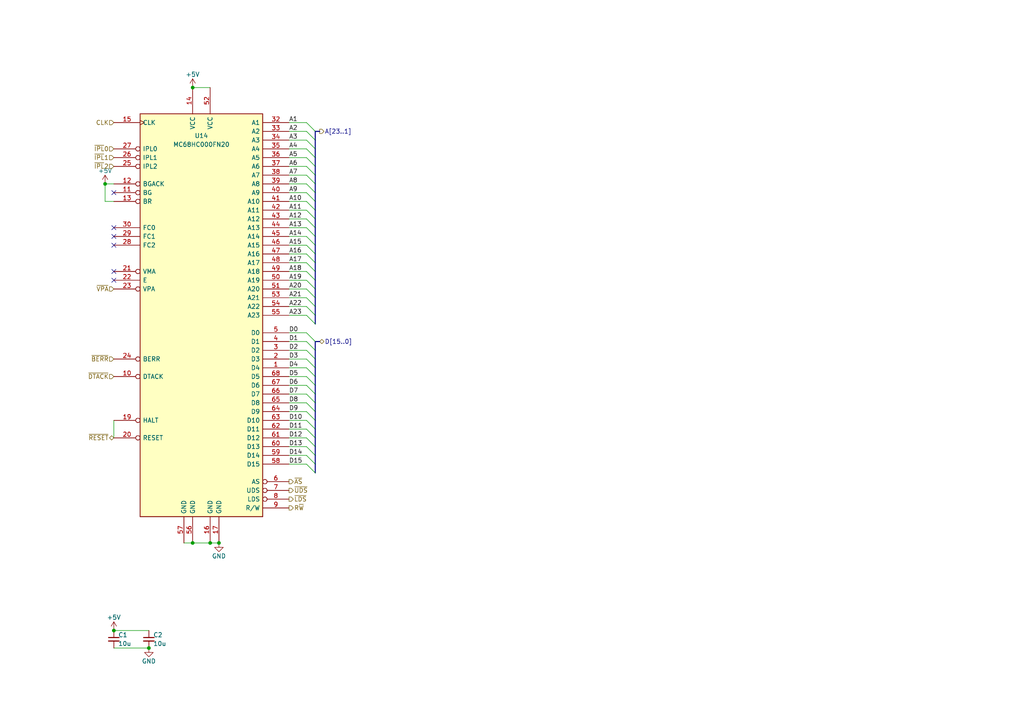
<source format=kicad_sch>
(kicad_sch (version 20211123) (generator eeschema)
  (paper "A4")
  (lib_symbols
    (symbol "CPU_NXP_68000:MC68000FN" (pin_names (offset 0.762))
      (property "Reference" "U" (at -16.51 59.69 0))
      (property "Value" "MC68000FN" (at 12.7 -59.69 0))
      (symbol "MC68000FN_0_1"
        (rectangle (start -17.78 58.42) (end 17.78 -58.42) (stroke (width 0.254)) (fill (type background)))
      )
      (symbol "MC68000FN_1_1"
        (pin bidirectional line (at 25.4 -15.24 180) (length 7.62) (name "D4") (number "1"))
        (pin input inverted (at -25.4 -17.78 0) (length 7.62) (name "DTACK") (number "10"))
        (pin output inverted (at -25.4 35.56 0) (length 7.62) (name "BG") (number "11"))
        (pin input inverted (at -25.4 38.1 0) (length 7.62) (name "BGACK") (number "12"))
        (pin input inverted (at -25.4 33.02 0) (length 7.62) (name "BR") (number "13"))
        (pin power_in line (at -2.54 66.04 270) (length 7.62) (name "VCC") (number "14"))
        (pin input clock (at -25.4 55.88 0) (length 7.62) (name "CLK") (number "15"))
        (pin power_in line (at 2.54 -66.04 90) (length 7.62) (name "GND") (number "16"))
        (pin power_in line (at 5.08 -66.04 90) (length 7.62) (name "GND") (number "17"))
        (pin no_connect line (at -17.78 -45.72 0) (length 0) hide (name "NC") (number "18"))
        (pin bidirectional inverted (at -25.4 -30.48 0) (length 7.62) (name "HALT") (number "19"))
        (pin bidirectional line (at 25.4 -12.7 180) (length 7.62) (name "D3") (number "2"))
        (pin input inverted (at -25.4 -35.56 0) (length 7.62) (name "RESET") (number "20"))
        (pin output inverted (at -25.4 12.7 0) (length 7.62) (name "VMA") (number "21"))
        (pin output line (at -25.4 10.16 0) (length 7.62) (name "E") (number "22"))
        (pin input inverted (at -25.4 7.62 0) (length 7.62) (name "VPA") (number "23"))
        (pin input inverted (at -25.4 -12.7 0) (length 7.62) (name "BERR") (number "24"))
        (pin input inverted (at -25.4 43.18 0) (length 7.62) (name "IPL2") (number "25"))
        (pin input inverted (at -25.4 45.72 0) (length 7.62) (name "IPL1") (number "26"))
        (pin input inverted (at -25.4 48.26 0) (length 7.62) (name "IPL0") (number "27"))
        (pin output line (at -25.4 20.32 0) (length 7.62) (name "FC2") (number "28"))
        (pin output line (at -25.4 22.86 0) (length 7.62) (name "FC1") (number "29"))
        (pin bidirectional line (at 25.4 -10.16 180) (length 7.62) (name "D2") (number "3"))
        (pin output line (at -25.4 25.4 0) (length 7.62) (name "FC0") (number "30"))
        (pin no_connect line (at -17.78 -48.26 0) (length 0) hide (name "NC") (number "31"))
        (pin output line (at 25.4 55.88 180) (length 7.62) (name "A1") (number "32"))
        (pin output line (at 25.4 53.34 180) (length 7.62) (name "A2") (number "33"))
        (pin output line (at 25.4 50.8 180) (length 7.62) (name "A3") (number "34"))
        (pin output line (at 25.4 48.26 180) (length 7.62) (name "A4") (number "35"))
        (pin output line (at 25.4 45.72 180) (length 7.62) (name "A5") (number "36"))
        (pin output line (at 25.4 43.18 180) (length 7.62) (name "A6") (number "37"))
        (pin output line (at 25.4 40.64 180) (length 7.62) (name "A7") (number "38"))
        (pin output line (at 25.4 38.1 180) (length 7.62) (name "A8") (number "39"))
        (pin bidirectional line (at 25.4 -7.62 180) (length 7.62) (name "D1") (number "4"))
        (pin output line (at 25.4 35.56 180) (length 7.62) (name "A9") (number "40"))
        (pin output line (at 25.4 33.02 180) (length 7.62) (name "A10") (number "41"))
        (pin output line (at 25.4 30.48 180) (length 7.62) (name "A11") (number "42"))
        (pin output line (at 25.4 27.94 180) (length 7.62) (name "A12") (number "43"))
        (pin output line (at 25.4 25.4 180) (length 7.62) (name "A13") (number "44"))
        (pin output line (at 25.4 22.86 180) (length 7.62) (name "A14") (number "45"))
        (pin output line (at 25.4 20.32 180) (length 7.62) (name "A15") (number "46"))
        (pin output line (at 25.4 17.78 180) (length 7.62) (name "A16") (number "47"))
        (pin output line (at 25.4 15.24 180) (length 7.62) (name "A17") (number "48"))
        (pin output line (at 25.4 12.7 180) (length 7.62) (name "A18") (number "49"))
        (pin bidirectional line (at 25.4 -5.08 180) (length 7.62) (name "D0") (number "5"))
        (pin output line (at 25.4 10.16 180) (length 7.62) (name "A19") (number "50"))
        (pin output line (at 25.4 7.62 180) (length 7.62) (name "A20") (number "51"))
        (pin power_in line (at 2.54 66.04 270) (length 7.62) (name "VCC") (number "52"))
        (pin output line (at 25.4 5.08 180) (length 7.62) (name "A21") (number "53"))
        (pin output line (at 25.4 2.54 180) (length 7.62) (name "A22") (number "54"))
        (pin output line (at 25.4 0 180) (length 7.62) (name "A23") (number "55"))
        (pin power_in line (at -2.54 -66.04 90) (length 7.62) (name "GND") (number "56"))
        (pin power_in line (at -5.08 -66.04 90) (length 7.62) (name "GND") (number "57"))
        (pin bidirectional line (at 25.4 -43.18 180) (length 7.62) (name "D15") (number "58"))
        (pin bidirectional line (at 25.4 -40.64 180) (length 7.62) (name "D14") (number "59"))
        (pin output inverted (at 25.4 -48.26 180) (length 7.62) (name "AS") (number "6"))
        (pin bidirectional line (at 25.4 -38.1 180) (length 7.62) (name "D13") (number "60"))
        (pin bidirectional line (at 25.4 -35.56 180) (length 7.62) (name "D12") (number "61"))
        (pin bidirectional line (at 25.4 -33.02 180) (length 7.62) (name "D11") (number "62"))
        (pin bidirectional line (at 25.4 -30.48 180) (length 7.62) (name "D10") (number "63"))
        (pin bidirectional line (at 25.4 -27.94 180) (length 7.62) (name "D9") (number "64"))
        (pin bidirectional line (at 25.4 -25.4 180) (length 7.62) (name "D8") (number "65"))
        (pin bidirectional line (at 25.4 -22.86 180) (length 7.62) (name "D7") (number "66"))
        (pin bidirectional line (at 25.4 -20.32 180) (length 7.62) (name "D6") (number "67"))
        (pin bidirectional line (at 25.4 -17.78 180) (length 7.62) (name "D5") (number "68"))
        (pin output inverted (at 25.4 -50.8 180) (length 7.62) (name "UDS") (number "7"))
        (pin output inverted (at 25.4 -53.34 180) (length 7.62) (name "LDS") (number "8"))
        (pin output line (at 25.4 -55.88 180) (length 7.62) (name "R/W") (number "9"))
      )
    )
    (symbol "Device:C_Small" (pin_numbers hide) (pin_names (offset 0.254) hide)
      (property "Reference" "C" (at 0.254 1.778 0))
      (property "Value" "C_Small" (at 0.254 -2.032 0))
      (symbol "C_Small_0_1"
        (polyline (pts (xy -1.524 -0.508) (xy 1.524 -0.508)) (stroke (width 0.3302)))
        (polyline (pts (xy -1.524 0.508) (xy 1.524 0.508)) (stroke (width 0.3048)))
      )
      (symbol "C_Small_1_1"
        (pin passive line (at 0 2.54 270) (length 2.032) (name "~") (number "1"))
        (pin passive line (at 0 -2.54 90) (length 2.032) (name "~") (number "2"))
      )
    )
    (symbol "power:+5V" (power) (pin_names (offset 0))
      (property "Value" "+5V" (at 0 3.556 0))
      (symbol "+5V_0_1"
        (polyline (pts (xy -0.762 1.27) (xy 0 2.54)))
        (polyline (pts (xy 0 0) (xy 0 2.54)))
        (polyline (pts (xy 0 2.54) (xy 0.762 1.27)))
      )
      (symbol "+5V_1_1"
        (pin power_in line (at 0 0 90) (length 0) hide (name "+5V") (number "1"))
      )
    )
    (symbol "power:GND" (power) (pin_names (offset 0))
      (property "Value" "GND" (at 0 -3.81 0))
      (symbol "GND_0_1"
        (polyline (pts (xy 0 0) (xy 0 -1.27) (xy 1.27 -1.27) (xy 0 -2.54) (xy -1.27 -1.27) (xy 0 -1.27)))
      )
      (symbol "GND_1_1"
        (pin power_in line (at 0 0 270) (length 0) hide (name "GND") (number "1"))
      )
    )
  )
  (junction (at 43.18 187.96))
  (junction (at 30.48 53.34))
  (junction (at 60.96 157.48))
  (junction (at 33.02 182.88))
  (junction (at 55.88 25.4))
  (junction (at 55.88 157.48))
  (junction (at 63.5 157.48))
  (no_connect (at 33.02 81.28))
  (no_connect (at 33.02 71.12))
  (no_connect (at 33.02 66.04))
  (no_connect (at 33.02 78.74))
  (no_connect (at 33.02 55.88))
  (no_connect (at 33.02 68.58))
  (bus_entry (at 88.9 53.34) (size 2.54 2.54))
  (bus_entry (at 88.9 132.08) (size 2.54 2.54))
  (bus_entry (at 88.9 83.82) (size 2.54 2.54))
  (bus_entry (at 88.9 124.46) (size 2.54 2.54))
  (bus_entry (at 88.9 60.96) (size 2.54 2.54))
  (bus_entry (at 88.9 45.72) (size 2.54 2.54))
  (bus_entry (at 88.9 40.64) (size 2.54 2.54))
  (bus_entry (at 88.9 43.18) (size 2.54 2.54))
  (bus_entry (at 88.9 55.88) (size 2.54 2.54))
  (bus_entry (at 88.9 50.8) (size 2.54 2.54))
  (bus_entry (at 88.9 129.54) (size 2.54 2.54))
  (bus_entry (at 88.9 76.2) (size 2.54 2.54))
  (bus_entry (at 88.9 71.12) (size 2.54 2.54))
  (bus_entry (at 88.9 58.42) (size 2.54 2.54))
  (bus_entry (at 88.9 96.52) (size 2.54 2.54))
  (bus_entry (at 88.9 121.92) (size 2.54 2.54))
  (bus_entry (at 88.9 111.76) (size 2.54 2.54))
  (bus_entry (at 88.9 116.84) (size 2.54 2.54))
  (bus_entry (at 88.9 104.14) (size 2.54 2.54))
  (bus_entry (at 88.9 101.6) (size 2.54 2.54))
  (bus_entry (at 88.9 35.56) (size 2.54 2.54))
  (bus_entry (at 88.9 119.38) (size 2.54 2.54))
  (bus_entry (at 88.9 73.66) (size 2.54 2.54))
  (bus_entry (at 88.9 38.1) (size 2.54 2.54))
  (bus_entry (at 88.9 127) (size 2.54 2.54))
  (bus_entry (at 88.9 91.44) (size 2.54 2.54))
  (bus_entry (at 88.9 48.26) (size 2.54 2.54))
  (bus_entry (at 88.9 88.9) (size 2.54 2.54))
  (bus_entry (at 88.9 86.36) (size 2.54 2.54))
  (bus_entry (at 88.9 99.06) (size 2.54 2.54))
  (bus_entry (at 88.9 109.22) (size 2.54 2.54))
  (bus_entry (at 88.9 78.74) (size 2.54 2.54))
  (bus_entry (at 88.9 114.3) (size 2.54 2.54))
  (bus_entry (at 88.9 106.68) (size 2.54 2.54))
  (bus_entry (at 88.9 68.58) (size 2.54 2.54))
  (bus_entry (at 88.9 81.28) (size 2.54 2.54))
  (bus_entry (at 88.9 134.62) (size 2.54 2.54))
  (bus_entry (at 88.9 63.5) (size 2.54 2.54))
  (bus_entry (at 88.9 66.04) (size 2.54 2.54))
  (bus (pts (xy 91.44 127) (xy 91.44 129.54)))
  (wire (pts (xy 83.82 58.42) (xy 88.9 58.42)))
  (wire (pts (xy 83.82 101.6) (xy 88.9 101.6)))
  (bus (pts (xy 91.44 45.72) (xy 91.44 48.26)))
  (bus (pts (xy 91.44 58.42) (xy 91.44 60.96)))
  (wire (pts (xy 83.82 119.38) (xy 88.9 119.38)))
  (wire (pts (xy 83.82 116.84) (xy 88.9 116.84)))
  (bus (pts (xy 92.71 99.06) (xy 91.44 99.06)))
  (bus (pts (xy 91.44 38.1) (xy 91.44 40.64)))
  (wire (pts (xy 83.82 48.26) (xy 88.9 48.26)))
  (bus (pts (xy 91.44 86.36) (xy 91.44 88.9)))
  (bus (pts (xy 91.44 78.74) (xy 91.44 81.28)))
  (bus (pts (xy 91.44 121.92) (xy 91.44 124.46)))
  (wire (pts (xy 83.82 81.28) (xy 88.9 81.28)))
  (wire (pts (xy 83.82 73.66) (xy 88.9 73.66)))
  (bus (pts (xy 91.44 88.9) (xy 91.44 91.44)))
  (bus (pts (xy 92.71 38.1) (xy 91.44 38.1)))
  (wire (pts (xy 83.82 106.68) (xy 88.9 106.68)))
  (bus (pts (xy 91.44 53.34) (xy 91.44 55.88)))
  (wire (pts (xy 83.82 129.54) (xy 88.9 129.54)))
  (wire (pts (xy 63.5 157.48) (xy 60.96 157.48)))
  (bus (pts (xy 91.44 68.58) (xy 91.44 71.12)))
  (bus (pts (xy 91.44 119.38) (xy 91.44 121.92)))
  (wire (pts (xy 33.02 58.42) (xy 30.48 58.42)))
  (bus (pts (xy 91.44 129.54) (xy 91.44 132.08)))
  (bus (pts (xy 91.44 124.46) (xy 91.44 127)))
  (bus (pts (xy 91.44 111.76) (xy 91.44 114.3)))
  (bus (pts (xy 91.44 114.3) (xy 91.44 116.84)))
  (wire (pts (xy 83.82 38.1) (xy 88.9 38.1)))
  (wire (pts (xy 83.82 88.9) (xy 88.9 88.9)))
  (wire (pts (xy 83.82 121.92) (xy 88.9 121.92)))
  (wire (pts (xy 55.88 157.48) (xy 53.34 157.48)))
  (wire (pts (xy 83.82 63.5) (xy 88.9 63.5)))
  (bus (pts (xy 91.44 43.18) (xy 91.44 45.72)))
  (bus (pts (xy 91.44 76.2) (xy 91.44 78.74)))
  (bus (pts (xy 91.44 104.14) (xy 91.44 106.68)))
  (wire (pts (xy 83.82 111.76) (xy 88.9 111.76)))
  (bus (pts (xy 91.44 50.8) (xy 91.44 53.34)))
  (bus (pts (xy 91.44 40.64) (xy 91.44 43.18)))
  (bus (pts (xy 91.44 106.68) (xy 91.44 109.22)))
  (bus (pts (xy 91.44 63.5) (xy 91.44 66.04)))
  (bus (pts (xy 91.44 55.88) (xy 91.44 58.42)))
  (wire (pts (xy 83.82 66.04) (xy 88.9 66.04)))
  (bus (pts (xy 91.44 91.44) (xy 91.44 93.98)))
  (wire (pts (xy 83.82 68.58) (xy 88.9 68.58)))
  (bus (pts (xy 91.44 83.82) (xy 91.44 86.36)))
  (wire (pts (xy 83.82 86.36) (xy 88.9 86.36)))
  (bus (pts (xy 91.44 99.06) (xy 91.44 101.6)))
  (wire (pts (xy 83.82 104.14) (xy 88.9 104.14)))
  (wire (pts (xy 83.82 76.2) (xy 88.9 76.2)))
  (wire (pts (xy 83.82 60.96) (xy 88.9 60.96)))
  (bus (pts (xy 91.44 134.62) (xy 91.44 137.16)))
  (wire (pts (xy 83.82 53.34) (xy 88.9 53.34)))
  (wire (pts (xy 83.82 127) (xy 88.9 127)))
  (bus (pts (xy 91.44 60.96) (xy 91.44 63.5)))
  (wire (pts (xy 83.82 43.18) (xy 88.9 43.18)))
  (wire (pts (xy 60.96 157.48) (xy 55.88 157.48)))
  (wire (pts (xy 83.82 134.62) (xy 88.9 134.62)))
  (wire (pts (xy 83.82 50.8) (xy 88.9 50.8)))
  (bus (pts (xy 91.44 132.08) (xy 91.44 134.62)))
  (wire (pts (xy 83.82 78.74) (xy 88.9 78.74)))
  (wire (pts (xy 83.82 83.82) (xy 88.9 83.82)))
  (bus (pts (xy 91.44 71.12) (xy 91.44 73.66)))
  (wire (pts (xy 33.02 182.88) (xy 43.18 182.88)))
  (bus (pts (xy 91.44 116.84) (xy 91.44 119.38)))
  (bus (pts (xy 91.44 109.22) (xy 91.44 111.76)))
  (bus (pts (xy 91.44 66.04) (xy 91.44 68.58)))
  (wire (pts (xy 83.82 40.64) (xy 88.9 40.64)))
  (bus (pts (xy 91.44 81.28) (xy 91.44 83.82)))
  (wire (pts (xy 30.48 58.42) (xy 30.48 53.34)))
  (wire (pts (xy 33.02 121.92) (xy 33.02 127)))
  (wire (pts (xy 83.82 132.08) (xy 88.9 132.08)))
  (bus (pts (xy 91.44 73.66) (xy 91.44 76.2)))
  (bus (pts (xy 91.44 101.6) (xy 91.44 104.14)))
  (wire (pts (xy 83.82 99.06) (xy 88.9 99.06)))
  (wire (pts (xy 55.88 25.4) (xy 60.96 25.4)))
  (wire (pts (xy 33.02 187.96) (xy 43.18 187.96)))
  (wire (pts (xy 83.82 109.22) (xy 88.9 109.22)))
  (wire (pts (xy 30.48 53.34) (xy 33.02 53.34)))
  (bus (pts (xy 91.44 48.26) (xy 91.44 50.8)))
  (wire (pts (xy 83.82 45.72) (xy 88.9 45.72)))
  (wire (pts (xy 83.82 124.46) (xy 88.9 124.46)))
  (wire (pts (xy 83.82 91.44) (xy 88.9 91.44)))
  (wire (pts (xy 83.82 35.56) (xy 88.9 35.56)))
  (wire (pts (xy 83.82 71.12) (xy 88.9 71.12)))
  (wire (pts (xy 83.82 55.88) (xy 88.9 55.88)))
  (wire (pts (xy 83.82 96.52) (xy 88.9 96.52)))
  (wire (pts (xy 83.82 114.3) (xy 88.9 114.3)))
  (label "D12" (at 83.82 127 0))
  (label "A18" (at 83.82 78.74 0))
  (label "D4" (at 83.82 106.68 0))
  (label "D14" (at 83.82 132.08 0))
  (label "A10" (at 83.82 58.42 0))
  (label "A9" (at 83.82 55.88 0))
  (label "D13" (at 83.82 129.54 0))
  (label "A2" (at 83.82 38.1 0))
  (label "D8" (at 83.82 116.84 0))
  (label "D2" (at 83.82 101.6 0))
  (label "A7" (at 83.82 50.8 0))
  (label "A1" (at 83.82 35.56 0))
  (label "D1" (at 83.82 99.06 0))
  (label "D15" (at 83.82 134.62 0))
  (label "A14" (at 83.82 68.58 0))
  (label "A23" (at 83.82 91.44 0))
  (label "A21" (at 83.82 86.36 0))
  (label "D10" (at 83.82 121.92 0))
  (label "A19" (at 83.82 81.28 0))
  (label "D9" (at 83.82 119.38 0))
  (label "A5" (at 83.82 45.72 0))
  (label "A13" (at 83.82 66.04 0))
  (label "A16" (at 83.82 73.66 0))
  (label "A15" (at 83.82 71.12 0))
  (label "A4" (at 83.82 43.18 0))
  (label "D5" (at 83.82 109.22 0))
  (label "A6" (at 83.82 48.26 0))
  (label "D6" (at 83.82 111.76 0))
  (label "D3" (at 83.82 104.14 0))
  (label "A3" (at 83.82 40.64 0))
  (label "D11" (at 83.82 124.46 0))
  (label "A22" (at 83.82 88.9 0))
  (label "A20" (at 83.82 83.82 0))
  (label "A11" (at 83.82 60.96 0))
  (label "A17" (at 83.82 76.2 0))
  (label "D7" (at 83.82 114.3 0))
  (label "A12" (at 83.82 63.5 0))
  (label "D0" (at 83.82 96.52 0))
  (label "A8" (at 83.82 53.34 0))
  (hierarchical_label "~{IPL}2" (shape input) (at 33.02 48.26 180))
  (hierarchical_label "~{BERR}" (shape input) (at 33.02 104.14 180))
  (hierarchical_label "A[23..1]" (shape output) (at 92.71 38.1 0))
  (hierarchical_label "~{LDS}" (shape output) (at 83.82 144.78 0))
  (hierarchical_label "R~{W}" (shape output) (at 83.82 147.32 0))
  (hierarchical_label "~{VPA}" (shape input) (at 33.02 83.82 180))
  (hierarchical_label "~{UDS}" (shape output) (at 83.82 142.24 0))
  (hierarchical_label "~{DTACK}" (shape input) (at 33.02 109.22 180))
  (hierarchical_label "~{IPL}1" (shape input) (at 33.02 45.72 180))
  (hierarchical_label "~{AS}" (shape output) (at 83.82 139.7 0))
  (hierarchical_label "~{RESET}" (shape bidirectional) (at 33.02 127 180))
  (hierarchical_label "D[15..0]" (shape bidirectional) (at 92.71 99.06 0))
  (hierarchical_label "CLK" (shape input) (at 33.02 35.56 180))
  (hierarchical_label "~{IPL}0" (shape input) (at 33.02 43.18 180))
  (symbol (lib_id "power:+5V") (at 30.48 53.34 0) (unit 1)
    (property "Reference" "#PWR0101" (effects hide))
    (property "Value" "+5V" (at 30.48 49.53 0))
  )
  (symbol (lib_id "power:+5V") (at 55.88 25.4 0) (unit 1)
    (property "Reference" "#PWR0102" (effects hide))
    (property "Value" "+5V" (at 55.88 21.59 0))
  )
  (symbol (lib_id "power:GND") (at 63.5 157.48 0) (unit 1)
    (property "Reference" "#PWR0103" (effects hide))
    (property "Value" "GND" (at 63.5 161.29 0))
  )
  (symbol (lib_id "power:+5V") (at 33.02 182.88 0) (unit 1)
    (property "Reference" "#PWR0104" (effects hide))
    (property "Value" "+5V" (at 33.02 179.07 0))
  )
  (symbol (lib_id "Device:C_Small") (at 43.18 185.42 0) (unit 1)
    (property "Reference" "C2" (at 44.45 184.15 0) (effects (justify left)))
    (property "Value" "10u" (at 44.45 186.69 0) (effects (justify left)))
    (property "Footprint" "stdpads:C_0805" (effects hide))
    (property "LCSC Part" "C15850" (effects hide))
  )
  (symbol (lib_id "Device:C_Small") (at 33.02 185.42 0) (unit 1)
    (property "Reference" "C1" (at 34.29 184.15 0) (effects (justify left)))
    (property "Value" "10u" (at 34.29 186.69 0) (effects (justify left)))
    (property "Footprint" "stdpads:C_0805" (effects hide))
    (property "LCSC Part" "C15850" (effects hide))
  )
  (symbol (lib_id "CPU_NXP_68000:MC68000FN") (at 58.42 91.44 0) (unit 1)
    (property "Reference" "U14" (at 58.42 39.37 0))
    (property "Value" "MC68HC000FN20" (at 58.42 41.91 0))
    (property "Footprint" "stdpads:PLCC-68" (effects hide))
    (property "Datasheet" "http://www.nxp.com/files/32bit/doc/ref_manual/MC68000UM.pdf" (effects hide))
  )
  (symbol (lib_id "power:GND") (at 43.18 187.96 0) (unit 1)
    (property "Reference" "#PWR0126" (effects hide))
    (property "Value" "GND" (at 43.18 191.77 0))
  )
)
</source>
